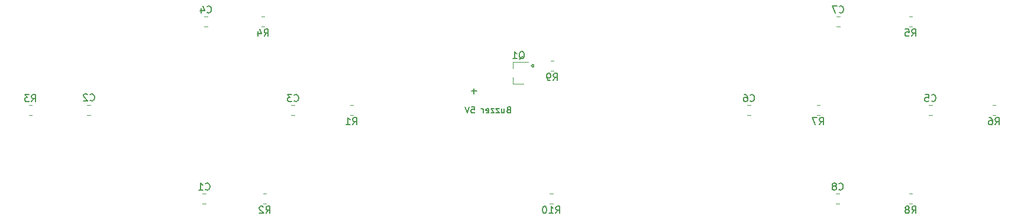
<source format=gbr>
%TF.GenerationSoftware,KiCad,Pcbnew,(5.1.8)-1*%
%TF.CreationDate,2020-11-24T01:58:45+03:00*%
%TF.ProjectId,mesp240_gamepadshield,6d657370-3234-4305-9f67-616d65706164,rev?*%
%TF.SameCoordinates,Original*%
%TF.FileFunction,Legend,Bot*%
%TF.FilePolarity,Positive*%
%FSLAX46Y46*%
G04 Gerber Fmt 4.6, Leading zero omitted, Abs format (unit mm)*
G04 Created by KiCad (PCBNEW (5.1.8)-1) date 2020-11-24 01:58:45*
%MOMM*%
%LPD*%
G01*
G04 APERTURE LIST*
%ADD10C,0.150000*%
%ADD11C,0.120000*%
G04 APERTURE END LIST*
D10*
X144197605Y-97790000D02*
G75*
G03*
X144197605Y-97790000I-179605J0D01*
G01*
X136016952Y-101417428D02*
X135255047Y-101417428D01*
X135636000Y-101798380D02*
X135636000Y-101036476D01*
X140560857Y-104075714D02*
X140432285Y-104118571D01*
X140389428Y-104161428D01*
X140346571Y-104247142D01*
X140346571Y-104375714D01*
X140389428Y-104461428D01*
X140432285Y-104504285D01*
X140518000Y-104547142D01*
X140860857Y-104547142D01*
X140860857Y-103647142D01*
X140560857Y-103647142D01*
X140475142Y-103690000D01*
X140432285Y-103732857D01*
X140389428Y-103818571D01*
X140389428Y-103904285D01*
X140432285Y-103990000D01*
X140475142Y-104032857D01*
X140560857Y-104075714D01*
X140860857Y-104075714D01*
X139575142Y-103947142D02*
X139575142Y-104547142D01*
X139960857Y-103947142D02*
X139960857Y-104418571D01*
X139918000Y-104504285D01*
X139832285Y-104547142D01*
X139703714Y-104547142D01*
X139618000Y-104504285D01*
X139575142Y-104461428D01*
X139232285Y-103947142D02*
X138760857Y-103947142D01*
X139232285Y-104547142D01*
X138760857Y-104547142D01*
X138503714Y-103947142D02*
X138032285Y-103947142D01*
X138503714Y-104547142D01*
X138032285Y-104547142D01*
X137346571Y-104504285D02*
X137432285Y-104547142D01*
X137603714Y-104547142D01*
X137689428Y-104504285D01*
X137732285Y-104418571D01*
X137732285Y-104075714D01*
X137689428Y-103990000D01*
X137603714Y-103947142D01*
X137432285Y-103947142D01*
X137346571Y-103990000D01*
X137303714Y-104075714D01*
X137303714Y-104161428D01*
X137732285Y-104247142D01*
X136918000Y-104547142D02*
X136918000Y-103947142D01*
X136918000Y-104118571D02*
X136875142Y-104032857D01*
X136832285Y-103990000D01*
X136746571Y-103947142D01*
X136660857Y-103947142D01*
X135246571Y-103647142D02*
X135675142Y-103647142D01*
X135718000Y-104075714D01*
X135675142Y-104032857D01*
X135589428Y-103990000D01*
X135375142Y-103990000D01*
X135289428Y-104032857D01*
X135246571Y-104075714D01*
X135203714Y-104161428D01*
X135203714Y-104375714D01*
X135246571Y-104461428D01*
X135289428Y-104504285D01*
X135375142Y-104547142D01*
X135589428Y-104547142D01*
X135675142Y-104504285D01*
X135718000Y-104461428D01*
X134946571Y-103647142D02*
X134646571Y-104547142D01*
X134346571Y-103647142D01*
D11*
%TO.C,R10*%
X146457936Y-117575000D02*
X146912064Y-117575000D01*
X146457936Y-116105000D02*
X146912064Y-116105000D01*
%TO.C,R9*%
X146584936Y-98525000D02*
X147039064Y-98525000D01*
X146584936Y-97055000D02*
X147039064Y-97055000D01*
%TO.C,R8*%
X197908936Y-117575000D02*
X198363064Y-117575000D01*
X197908936Y-116105000D02*
X198363064Y-116105000D01*
%TO.C,R7*%
X184668936Y-104875000D02*
X185123064Y-104875000D01*
X184668936Y-103405000D02*
X185123064Y-103405000D01*
%TO.C,R6*%
X209814936Y-104875000D02*
X210269064Y-104875000D01*
X209814936Y-103405000D02*
X210269064Y-103405000D01*
%TO.C,R5*%
X197876936Y-92175000D02*
X198331064Y-92175000D01*
X197876936Y-90705000D02*
X198331064Y-90705000D01*
%TO.C,R4*%
X105198936Y-92175000D02*
X105653064Y-92175000D01*
X105198936Y-90705000D02*
X105653064Y-90705000D01*
%TO.C,R3*%
X72363064Y-103405000D02*
X71908936Y-103405000D01*
X72363064Y-104875000D02*
X71908936Y-104875000D01*
%TO.C,R2*%
X105452936Y-117575000D02*
X105907064Y-117575000D01*
X105452936Y-116105000D02*
X105907064Y-116105000D01*
%TO.C,R1*%
X117866936Y-104875000D02*
X118321064Y-104875000D01*
X117866936Y-103405000D02*
X118321064Y-103405000D01*
%TO.C,Q1*%
X141226000Y-100386000D02*
X141226000Y-99456000D01*
X141226000Y-97226000D02*
X141226000Y-98156000D01*
X141226000Y-97226000D02*
X143386000Y-97226000D01*
X141226000Y-100386000D02*
X142686000Y-100386000D01*
%TO.C,C8*%
X187945752Y-116105000D02*
X187423248Y-116105000D01*
X187945752Y-117575000D02*
X187423248Y-117575000D01*
%TO.C,C7*%
X187988752Y-90705000D02*
X187466248Y-90705000D01*
X187988752Y-92175000D02*
X187466248Y-92175000D01*
%TO.C,C6*%
X175245752Y-103405000D02*
X174723248Y-103405000D01*
X175245752Y-104875000D02*
X174723248Y-104875000D01*
%TO.C,C5*%
X201196752Y-103405000D02*
X200674248Y-103405000D01*
X201196752Y-104875000D02*
X200674248Y-104875000D01*
%TO.C,C4*%
X97521752Y-90705000D02*
X96999248Y-90705000D01*
X97521752Y-92175000D02*
X96999248Y-92175000D01*
%TO.C,C3*%
X109989252Y-103405000D02*
X109466748Y-103405000D01*
X109989252Y-104875000D02*
X109466748Y-104875000D01*
%TO.C,C2*%
X80256748Y-104875000D02*
X80779252Y-104875000D01*
X80256748Y-103405000D02*
X80779252Y-103405000D01*
%TO.C,C1*%
X97289252Y-116105000D02*
X96766748Y-116105000D01*
X97289252Y-117575000D02*
X96766748Y-117575000D01*
%TO.C,R10*%
D10*
X147327857Y-118942380D02*
X147661190Y-118466190D01*
X147899285Y-118942380D02*
X147899285Y-117942380D01*
X147518333Y-117942380D01*
X147423095Y-117990000D01*
X147375476Y-118037619D01*
X147327857Y-118132857D01*
X147327857Y-118275714D01*
X147375476Y-118370952D01*
X147423095Y-118418571D01*
X147518333Y-118466190D01*
X147899285Y-118466190D01*
X146375476Y-118942380D02*
X146946904Y-118942380D01*
X146661190Y-118942380D02*
X146661190Y-117942380D01*
X146756428Y-118085238D01*
X146851666Y-118180476D01*
X146946904Y-118228095D01*
X145756428Y-117942380D02*
X145661190Y-117942380D01*
X145565952Y-117990000D01*
X145518333Y-118037619D01*
X145470714Y-118132857D01*
X145423095Y-118323333D01*
X145423095Y-118561428D01*
X145470714Y-118751904D01*
X145518333Y-118847142D01*
X145565952Y-118894761D01*
X145661190Y-118942380D01*
X145756428Y-118942380D01*
X145851666Y-118894761D01*
X145899285Y-118847142D01*
X145946904Y-118751904D01*
X145994523Y-118561428D01*
X145994523Y-118323333D01*
X145946904Y-118132857D01*
X145899285Y-118037619D01*
X145851666Y-117990000D01*
X145756428Y-117942380D01*
%TO.C,R9*%
X146978666Y-99892380D02*
X147312000Y-99416190D01*
X147550095Y-99892380D02*
X147550095Y-98892380D01*
X147169142Y-98892380D01*
X147073904Y-98940000D01*
X147026285Y-98987619D01*
X146978666Y-99082857D01*
X146978666Y-99225714D01*
X147026285Y-99320952D01*
X147073904Y-99368571D01*
X147169142Y-99416190D01*
X147550095Y-99416190D01*
X146502476Y-99892380D02*
X146312000Y-99892380D01*
X146216761Y-99844761D01*
X146169142Y-99797142D01*
X146073904Y-99654285D01*
X146026285Y-99463809D01*
X146026285Y-99082857D01*
X146073904Y-98987619D01*
X146121523Y-98940000D01*
X146216761Y-98892380D01*
X146407238Y-98892380D01*
X146502476Y-98940000D01*
X146550095Y-98987619D01*
X146597714Y-99082857D01*
X146597714Y-99320952D01*
X146550095Y-99416190D01*
X146502476Y-99463809D01*
X146407238Y-99511428D01*
X146216761Y-99511428D01*
X146121523Y-99463809D01*
X146073904Y-99416190D01*
X146026285Y-99320952D01*
%TO.C,R8*%
X198302666Y-118942380D02*
X198636000Y-118466190D01*
X198874095Y-118942380D02*
X198874095Y-117942380D01*
X198493142Y-117942380D01*
X198397904Y-117990000D01*
X198350285Y-118037619D01*
X198302666Y-118132857D01*
X198302666Y-118275714D01*
X198350285Y-118370952D01*
X198397904Y-118418571D01*
X198493142Y-118466190D01*
X198874095Y-118466190D01*
X197731238Y-118370952D02*
X197826476Y-118323333D01*
X197874095Y-118275714D01*
X197921714Y-118180476D01*
X197921714Y-118132857D01*
X197874095Y-118037619D01*
X197826476Y-117990000D01*
X197731238Y-117942380D01*
X197540761Y-117942380D01*
X197445523Y-117990000D01*
X197397904Y-118037619D01*
X197350285Y-118132857D01*
X197350285Y-118180476D01*
X197397904Y-118275714D01*
X197445523Y-118323333D01*
X197540761Y-118370952D01*
X197731238Y-118370952D01*
X197826476Y-118418571D01*
X197874095Y-118466190D01*
X197921714Y-118561428D01*
X197921714Y-118751904D01*
X197874095Y-118847142D01*
X197826476Y-118894761D01*
X197731238Y-118942380D01*
X197540761Y-118942380D01*
X197445523Y-118894761D01*
X197397904Y-118847142D01*
X197350285Y-118751904D01*
X197350285Y-118561428D01*
X197397904Y-118466190D01*
X197445523Y-118418571D01*
X197540761Y-118370952D01*
%TO.C,R7*%
X185062666Y-106242380D02*
X185396000Y-105766190D01*
X185634095Y-106242380D02*
X185634095Y-105242380D01*
X185253142Y-105242380D01*
X185157904Y-105290000D01*
X185110285Y-105337619D01*
X185062666Y-105432857D01*
X185062666Y-105575714D01*
X185110285Y-105670952D01*
X185157904Y-105718571D01*
X185253142Y-105766190D01*
X185634095Y-105766190D01*
X184729333Y-105242380D02*
X184062666Y-105242380D01*
X184491238Y-106242380D01*
%TO.C,R6*%
X210208666Y-106242380D02*
X210542000Y-105766190D01*
X210780095Y-106242380D02*
X210780095Y-105242380D01*
X210399142Y-105242380D01*
X210303904Y-105290000D01*
X210256285Y-105337619D01*
X210208666Y-105432857D01*
X210208666Y-105575714D01*
X210256285Y-105670952D01*
X210303904Y-105718571D01*
X210399142Y-105766190D01*
X210780095Y-105766190D01*
X209351523Y-105242380D02*
X209542000Y-105242380D01*
X209637238Y-105290000D01*
X209684857Y-105337619D01*
X209780095Y-105480476D01*
X209827714Y-105670952D01*
X209827714Y-106051904D01*
X209780095Y-106147142D01*
X209732476Y-106194761D01*
X209637238Y-106242380D01*
X209446761Y-106242380D01*
X209351523Y-106194761D01*
X209303904Y-106147142D01*
X209256285Y-106051904D01*
X209256285Y-105813809D01*
X209303904Y-105718571D01*
X209351523Y-105670952D01*
X209446761Y-105623333D01*
X209637238Y-105623333D01*
X209732476Y-105670952D01*
X209780095Y-105718571D01*
X209827714Y-105813809D01*
%TO.C,R5*%
X198270666Y-93542380D02*
X198604000Y-93066190D01*
X198842095Y-93542380D02*
X198842095Y-92542380D01*
X198461142Y-92542380D01*
X198365904Y-92590000D01*
X198318285Y-92637619D01*
X198270666Y-92732857D01*
X198270666Y-92875714D01*
X198318285Y-92970952D01*
X198365904Y-93018571D01*
X198461142Y-93066190D01*
X198842095Y-93066190D01*
X197365904Y-92542380D02*
X197842095Y-92542380D01*
X197889714Y-93018571D01*
X197842095Y-92970952D01*
X197746857Y-92923333D01*
X197508761Y-92923333D01*
X197413523Y-92970952D01*
X197365904Y-93018571D01*
X197318285Y-93113809D01*
X197318285Y-93351904D01*
X197365904Y-93447142D01*
X197413523Y-93494761D01*
X197508761Y-93542380D01*
X197746857Y-93542380D01*
X197842095Y-93494761D01*
X197889714Y-93447142D01*
%TO.C,R4*%
X105592666Y-93542380D02*
X105926000Y-93066190D01*
X106164095Y-93542380D02*
X106164095Y-92542380D01*
X105783142Y-92542380D01*
X105687904Y-92590000D01*
X105640285Y-92637619D01*
X105592666Y-92732857D01*
X105592666Y-92875714D01*
X105640285Y-92970952D01*
X105687904Y-93018571D01*
X105783142Y-93066190D01*
X106164095Y-93066190D01*
X104735523Y-92875714D02*
X104735523Y-93542380D01*
X104973619Y-92494761D02*
X105211714Y-93209047D01*
X104592666Y-93209047D01*
%TO.C,R3*%
X72302666Y-102942380D02*
X72636000Y-102466190D01*
X72874095Y-102942380D02*
X72874095Y-101942380D01*
X72493142Y-101942380D01*
X72397904Y-101990000D01*
X72350285Y-102037619D01*
X72302666Y-102132857D01*
X72302666Y-102275714D01*
X72350285Y-102370952D01*
X72397904Y-102418571D01*
X72493142Y-102466190D01*
X72874095Y-102466190D01*
X71969333Y-101942380D02*
X71350285Y-101942380D01*
X71683619Y-102323333D01*
X71540761Y-102323333D01*
X71445523Y-102370952D01*
X71397904Y-102418571D01*
X71350285Y-102513809D01*
X71350285Y-102751904D01*
X71397904Y-102847142D01*
X71445523Y-102894761D01*
X71540761Y-102942380D01*
X71826476Y-102942380D01*
X71921714Y-102894761D01*
X71969333Y-102847142D01*
%TO.C,R2*%
X105846666Y-118942380D02*
X106180000Y-118466190D01*
X106418095Y-118942380D02*
X106418095Y-117942380D01*
X106037142Y-117942380D01*
X105941904Y-117990000D01*
X105894285Y-118037619D01*
X105846666Y-118132857D01*
X105846666Y-118275714D01*
X105894285Y-118370952D01*
X105941904Y-118418571D01*
X106037142Y-118466190D01*
X106418095Y-118466190D01*
X105465714Y-118037619D02*
X105418095Y-117990000D01*
X105322857Y-117942380D01*
X105084761Y-117942380D01*
X104989523Y-117990000D01*
X104941904Y-118037619D01*
X104894285Y-118132857D01*
X104894285Y-118228095D01*
X104941904Y-118370952D01*
X105513333Y-118942380D01*
X104894285Y-118942380D01*
%TO.C,R1*%
X118260666Y-106242380D02*
X118594000Y-105766190D01*
X118832095Y-106242380D02*
X118832095Y-105242380D01*
X118451142Y-105242380D01*
X118355904Y-105290000D01*
X118308285Y-105337619D01*
X118260666Y-105432857D01*
X118260666Y-105575714D01*
X118308285Y-105670952D01*
X118355904Y-105718571D01*
X118451142Y-105766190D01*
X118832095Y-105766190D01*
X117308285Y-106242380D02*
X117879714Y-106242380D01*
X117594000Y-106242380D02*
X117594000Y-105242380D01*
X117689238Y-105385238D01*
X117784476Y-105480476D01*
X117879714Y-105528095D01*
%TO.C,Q1*%
X142081238Y-96853619D02*
X142176476Y-96806000D01*
X142271714Y-96710761D01*
X142414571Y-96567904D01*
X142509809Y-96520285D01*
X142605047Y-96520285D01*
X142557428Y-96758380D02*
X142652666Y-96710761D01*
X142747904Y-96615523D01*
X142795523Y-96425047D01*
X142795523Y-96091714D01*
X142747904Y-95901238D01*
X142652666Y-95806000D01*
X142557428Y-95758380D01*
X142366952Y-95758380D01*
X142271714Y-95806000D01*
X142176476Y-95901238D01*
X142128857Y-96091714D01*
X142128857Y-96425047D01*
X142176476Y-96615523D01*
X142271714Y-96710761D01*
X142366952Y-96758380D01*
X142557428Y-96758380D01*
X141176476Y-96758380D02*
X141747904Y-96758380D01*
X141462190Y-96758380D02*
X141462190Y-95758380D01*
X141557428Y-95901238D01*
X141652666Y-95996476D01*
X141747904Y-96044095D01*
%TO.C,C8*%
X187851166Y-115517142D02*
X187898785Y-115564761D01*
X188041642Y-115612380D01*
X188136880Y-115612380D01*
X188279738Y-115564761D01*
X188374976Y-115469523D01*
X188422595Y-115374285D01*
X188470214Y-115183809D01*
X188470214Y-115040952D01*
X188422595Y-114850476D01*
X188374976Y-114755238D01*
X188279738Y-114660000D01*
X188136880Y-114612380D01*
X188041642Y-114612380D01*
X187898785Y-114660000D01*
X187851166Y-114707619D01*
X187279738Y-115040952D02*
X187374976Y-114993333D01*
X187422595Y-114945714D01*
X187470214Y-114850476D01*
X187470214Y-114802857D01*
X187422595Y-114707619D01*
X187374976Y-114660000D01*
X187279738Y-114612380D01*
X187089261Y-114612380D01*
X186994023Y-114660000D01*
X186946404Y-114707619D01*
X186898785Y-114802857D01*
X186898785Y-114850476D01*
X186946404Y-114945714D01*
X186994023Y-114993333D01*
X187089261Y-115040952D01*
X187279738Y-115040952D01*
X187374976Y-115088571D01*
X187422595Y-115136190D01*
X187470214Y-115231428D01*
X187470214Y-115421904D01*
X187422595Y-115517142D01*
X187374976Y-115564761D01*
X187279738Y-115612380D01*
X187089261Y-115612380D01*
X186994023Y-115564761D01*
X186946404Y-115517142D01*
X186898785Y-115421904D01*
X186898785Y-115231428D01*
X186946404Y-115136190D01*
X186994023Y-115088571D01*
X187089261Y-115040952D01*
%TO.C,C7*%
X187894166Y-90117142D02*
X187941785Y-90164761D01*
X188084642Y-90212380D01*
X188179880Y-90212380D01*
X188322738Y-90164761D01*
X188417976Y-90069523D01*
X188465595Y-89974285D01*
X188513214Y-89783809D01*
X188513214Y-89640952D01*
X188465595Y-89450476D01*
X188417976Y-89355238D01*
X188322738Y-89260000D01*
X188179880Y-89212380D01*
X188084642Y-89212380D01*
X187941785Y-89260000D01*
X187894166Y-89307619D01*
X187560833Y-89212380D02*
X186894166Y-89212380D01*
X187322738Y-90212380D01*
%TO.C,C6*%
X175151166Y-102817142D02*
X175198785Y-102864761D01*
X175341642Y-102912380D01*
X175436880Y-102912380D01*
X175579738Y-102864761D01*
X175674976Y-102769523D01*
X175722595Y-102674285D01*
X175770214Y-102483809D01*
X175770214Y-102340952D01*
X175722595Y-102150476D01*
X175674976Y-102055238D01*
X175579738Y-101960000D01*
X175436880Y-101912380D01*
X175341642Y-101912380D01*
X175198785Y-101960000D01*
X175151166Y-102007619D01*
X174294023Y-101912380D02*
X174484500Y-101912380D01*
X174579738Y-101960000D01*
X174627357Y-102007619D01*
X174722595Y-102150476D01*
X174770214Y-102340952D01*
X174770214Y-102721904D01*
X174722595Y-102817142D01*
X174674976Y-102864761D01*
X174579738Y-102912380D01*
X174389261Y-102912380D01*
X174294023Y-102864761D01*
X174246404Y-102817142D01*
X174198785Y-102721904D01*
X174198785Y-102483809D01*
X174246404Y-102388571D01*
X174294023Y-102340952D01*
X174389261Y-102293333D01*
X174579738Y-102293333D01*
X174674976Y-102340952D01*
X174722595Y-102388571D01*
X174770214Y-102483809D01*
%TO.C,C5*%
X201102166Y-102817142D02*
X201149785Y-102864761D01*
X201292642Y-102912380D01*
X201387880Y-102912380D01*
X201530738Y-102864761D01*
X201625976Y-102769523D01*
X201673595Y-102674285D01*
X201721214Y-102483809D01*
X201721214Y-102340952D01*
X201673595Y-102150476D01*
X201625976Y-102055238D01*
X201530738Y-101960000D01*
X201387880Y-101912380D01*
X201292642Y-101912380D01*
X201149785Y-101960000D01*
X201102166Y-102007619D01*
X200197404Y-101912380D02*
X200673595Y-101912380D01*
X200721214Y-102388571D01*
X200673595Y-102340952D01*
X200578357Y-102293333D01*
X200340261Y-102293333D01*
X200245023Y-102340952D01*
X200197404Y-102388571D01*
X200149785Y-102483809D01*
X200149785Y-102721904D01*
X200197404Y-102817142D01*
X200245023Y-102864761D01*
X200340261Y-102912380D01*
X200578357Y-102912380D01*
X200673595Y-102864761D01*
X200721214Y-102817142D01*
%TO.C,C4*%
X97427166Y-90117142D02*
X97474785Y-90164761D01*
X97617642Y-90212380D01*
X97712880Y-90212380D01*
X97855738Y-90164761D01*
X97950976Y-90069523D01*
X97998595Y-89974285D01*
X98046214Y-89783809D01*
X98046214Y-89640952D01*
X97998595Y-89450476D01*
X97950976Y-89355238D01*
X97855738Y-89260000D01*
X97712880Y-89212380D01*
X97617642Y-89212380D01*
X97474785Y-89260000D01*
X97427166Y-89307619D01*
X96570023Y-89545714D02*
X96570023Y-90212380D01*
X96808119Y-89164761D02*
X97046214Y-89879047D01*
X96427166Y-89879047D01*
%TO.C,C3*%
X109894666Y-102817142D02*
X109942285Y-102864761D01*
X110085142Y-102912380D01*
X110180380Y-102912380D01*
X110323238Y-102864761D01*
X110418476Y-102769523D01*
X110466095Y-102674285D01*
X110513714Y-102483809D01*
X110513714Y-102340952D01*
X110466095Y-102150476D01*
X110418476Y-102055238D01*
X110323238Y-101960000D01*
X110180380Y-101912380D01*
X110085142Y-101912380D01*
X109942285Y-101960000D01*
X109894666Y-102007619D01*
X109561333Y-101912380D02*
X108942285Y-101912380D01*
X109275619Y-102293333D01*
X109132761Y-102293333D01*
X109037523Y-102340952D01*
X108989904Y-102388571D01*
X108942285Y-102483809D01*
X108942285Y-102721904D01*
X108989904Y-102817142D01*
X109037523Y-102864761D01*
X109132761Y-102912380D01*
X109418476Y-102912380D01*
X109513714Y-102864761D01*
X109561333Y-102817142D01*
%TO.C,C2*%
X80684666Y-102719142D02*
X80732285Y-102766761D01*
X80875142Y-102814380D01*
X80970380Y-102814380D01*
X81113238Y-102766761D01*
X81208476Y-102671523D01*
X81256095Y-102576285D01*
X81303714Y-102385809D01*
X81303714Y-102242952D01*
X81256095Y-102052476D01*
X81208476Y-101957238D01*
X81113238Y-101862000D01*
X80970380Y-101814380D01*
X80875142Y-101814380D01*
X80732285Y-101862000D01*
X80684666Y-101909619D01*
X80303714Y-101909619D02*
X80256095Y-101862000D01*
X80160857Y-101814380D01*
X79922761Y-101814380D01*
X79827523Y-101862000D01*
X79779904Y-101909619D01*
X79732285Y-102004857D01*
X79732285Y-102100095D01*
X79779904Y-102242952D01*
X80351333Y-102814380D01*
X79732285Y-102814380D01*
%TO.C,C1*%
X97194666Y-115517142D02*
X97242285Y-115564761D01*
X97385142Y-115612380D01*
X97480380Y-115612380D01*
X97623238Y-115564761D01*
X97718476Y-115469523D01*
X97766095Y-115374285D01*
X97813714Y-115183809D01*
X97813714Y-115040952D01*
X97766095Y-114850476D01*
X97718476Y-114755238D01*
X97623238Y-114660000D01*
X97480380Y-114612380D01*
X97385142Y-114612380D01*
X97242285Y-114660000D01*
X97194666Y-114707619D01*
X96242285Y-115612380D02*
X96813714Y-115612380D01*
X96528000Y-115612380D02*
X96528000Y-114612380D01*
X96623238Y-114755238D01*
X96718476Y-114850476D01*
X96813714Y-114898095D01*
%TD*%
M02*

</source>
